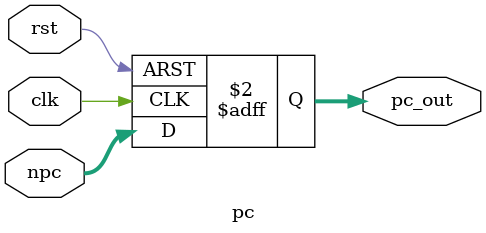
<source format=sv>
`timescale 1ns / 1ps


module pc#(
    parameter   DATAWIDTH = 32
)(
    input  logic                   clk  ,
    input  logic                   rst  ,
    input  logic [DATAWIDTH - 1:0] npc  ,
    output logic [DATAWIDTH - 1:0] pc_out   
);

    always_ff @(posedge clk or posedge rst) begin
        if (rst) begin
            pc_out <= 32'hffff_fffc; 
        end else begin
            pc_out <= npc;
        end
    end


endmodule

</source>
